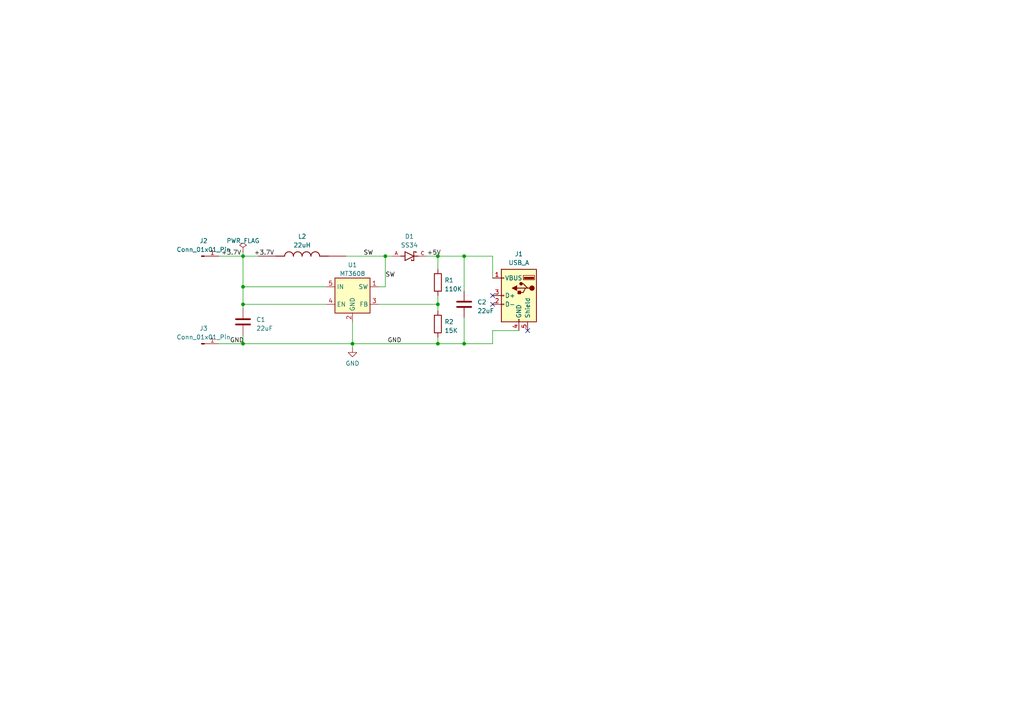
<source format=kicad_sch>
(kicad_sch (version 20230409) (generator eeschema)

  (uuid 4fe1d35c-c664-46a1-92f2-6dbad9870beb)

  (paper "A4")

  (lib_symbols
    (symbol "Connector:Conn_01x01_Pin" (pin_names (offset 1.016) hide) (in_bom yes) (on_board yes)
      (property "Reference" "J" (at 0 2.54 0)
        (effects (font (size 1.27 1.27)))
      )
      (property "Value" "Conn_01x01_Pin" (at 0 -2.54 0)
        (effects (font (size 1.27 1.27)))
      )
      (property "Footprint" "" (at 0 0 0)
        (effects (font (size 1.27 1.27)) hide)
      )
      (property "Datasheet" "~" (at 0 0 0)
        (effects (font (size 1.27 1.27)) hide)
      )
      (property "ki_locked" "" (at 0 0 0)
        (effects (font (size 1.27 1.27)))
      )
      (property "ki_keywords" "connector" (at 0 0 0)
        (effects (font (size 1.27 1.27)) hide)
      )
      (property "ki_description" "Generic connector, single row, 01x01, script generated" (at 0 0 0)
        (effects (font (size 1.27 1.27)) hide)
      )
      (property "ki_fp_filters" "Connector*:*_1x??_*" (at 0 0 0)
        (effects (font (size 1.27 1.27)) hide)
      )
      (symbol "Conn_01x01_Pin_1_1"
        (polyline
          (pts
            (xy 1.27 0)
            (xy 0.8636 0)
          )
          (stroke (width 0.1524) (type default))
          (fill (type none))
        )
        (rectangle (start 0.8636 0.127) (end 0 -0.127)
          (stroke (width 0.1524) (type default))
          (fill (type outline))
        )
        (pin passive line (at 5.08 0 180) (length 3.81)
          (name "Pin_1" (effects (font (size 1.27 1.27))))
          (number "1" (effects (font (size 1.27 1.27))))
        )
      )
    )
    (symbol "Connector:USB_A" (pin_names (offset 1.016)) (in_bom yes) (on_board yes)
      (property "Reference" "J" (at -5.08 11.43 0)
        (effects (font (size 1.27 1.27)) (justify left))
      )
      (property "Value" "USB_A" (at -5.08 8.89 0)
        (effects (font (size 1.27 1.27)) (justify left))
      )
      (property "Footprint" "" (at 3.81 -1.27 0)
        (effects (font (size 1.27 1.27)) hide)
      )
      (property "Datasheet" " ~" (at 3.81 -1.27 0)
        (effects (font (size 1.27 1.27)) hide)
      )
      (property "ki_keywords" "connector USB" (at 0 0 0)
        (effects (font (size 1.27 1.27)) hide)
      )
      (property "ki_description" "USB Type A connector" (at 0 0 0)
        (effects (font (size 1.27 1.27)) hide)
      )
      (property "ki_fp_filters" "USB*" (at 0 0 0)
        (effects (font (size 1.27 1.27)) hide)
      )
      (symbol "USB_A_0_1"
        (rectangle (start -5.08 -7.62) (end 5.08 7.62)
          (stroke (width 0.254) (type default))
          (fill (type background))
        )
        (circle (center -3.81 2.159) (radius 0.635)
          (stroke (width 0.254) (type default))
          (fill (type outline))
        )
        (rectangle (start -1.524 4.826) (end -4.318 5.334)
          (stroke (width 0) (type default))
          (fill (type outline))
        )
        (rectangle (start -1.27 4.572) (end -4.572 5.842)
          (stroke (width 0) (type default))
          (fill (type none))
        )
        (circle (center -0.635 3.429) (radius 0.381)
          (stroke (width 0.254) (type default))
          (fill (type outline))
        )
        (rectangle (start -0.127 -7.62) (end 0.127 -6.858)
          (stroke (width 0) (type default))
          (fill (type none))
        )
        (polyline
          (pts
            (xy -3.175 2.159)
            (xy -2.54 2.159)
            (xy -1.27 3.429)
            (xy -0.635 3.429)
          )
          (stroke (width 0.254) (type default))
          (fill (type none))
        )
        (polyline
          (pts
            (xy -2.54 2.159)
            (xy -1.905 2.159)
            (xy -1.27 0.889)
            (xy 0 0.889)
          )
          (stroke (width 0.254) (type default))
          (fill (type none))
        )
        (polyline
          (pts
            (xy 0.635 2.794)
            (xy 0.635 1.524)
            (xy 1.905 2.159)
            (xy 0.635 2.794)
          )
          (stroke (width 0.254) (type default))
          (fill (type outline))
        )
        (rectangle (start 0.254 1.27) (end -0.508 0.508)
          (stroke (width 0.254) (type default))
          (fill (type outline))
        )
        (rectangle (start 5.08 -2.667) (end 4.318 -2.413)
          (stroke (width 0) (type default))
          (fill (type none))
        )
        (rectangle (start 5.08 -0.127) (end 4.318 0.127)
          (stroke (width 0) (type default))
          (fill (type none))
        )
        (rectangle (start 5.08 4.953) (end 4.318 5.207)
          (stroke (width 0) (type default))
          (fill (type none))
        )
      )
      (symbol "USB_A_1_1"
        (polyline
          (pts
            (xy -1.905 2.159)
            (xy 0.635 2.159)
          )
          (stroke (width 0.254) (type default))
          (fill (type none))
        )
        (pin power_in line (at 7.62 5.08 180) (length 2.54)
          (name "VBUS" (effects (font (size 1.27 1.27))))
          (number "1" (effects (font (size 1.27 1.27))))
        )
        (pin bidirectional line (at 7.62 -2.54 180) (length 2.54)
          (name "D-" (effects (font (size 1.27 1.27))))
          (number "2" (effects (font (size 1.27 1.27))))
        )
        (pin bidirectional line (at 7.62 0 180) (length 2.54)
          (name "D+" (effects (font (size 1.27 1.27))))
          (number "3" (effects (font (size 1.27 1.27))))
        )
        (pin power_in line (at 0 -10.16 90) (length 2.54)
          (name "GND" (effects (font (size 1.27 1.27))))
          (number "4" (effects (font (size 1.27 1.27))))
        )
        (pin passive line (at -2.54 -10.16 90) (length 2.54)
          (name "Shield" (effects (font (size 1.27 1.27))))
          (number "5" (effects (font (size 1.27 1.27))))
        )
      )
    )
    (symbol "Device:C" (pin_numbers hide) (pin_names (offset 0.254)) (in_bom yes) (on_board yes)
      (property "Reference" "C" (at 0.635 2.54 0)
        (effects (font (size 1.27 1.27)) (justify left))
      )
      (property "Value" "C" (at 0.635 -2.54 0)
        (effects (font (size 1.27 1.27)) (justify left))
      )
      (property "Footprint" "" (at 0.9652 -3.81 0)
        (effects (font (size 1.27 1.27)) hide)
      )
      (property "Datasheet" "~" (at 0 0 0)
        (effects (font (size 1.27 1.27)) hide)
      )
      (property "ki_keywords" "cap capacitor" (at 0 0 0)
        (effects (font (size 1.27 1.27)) hide)
      )
      (property "ki_description" "Unpolarized capacitor" (at 0 0 0)
        (effects (font (size 1.27 1.27)) hide)
      )
      (property "ki_fp_filters" "C_*" (at 0 0 0)
        (effects (font (size 1.27 1.27)) hide)
      )
      (symbol "C_0_1"
        (polyline
          (pts
            (xy -2.032 -0.762)
            (xy 2.032 -0.762)
          )
          (stroke (width 0.508) (type default))
          (fill (type none))
        )
        (polyline
          (pts
            (xy -2.032 0.762)
            (xy 2.032 0.762)
          )
          (stroke (width 0.508) (type default))
          (fill (type none))
        )
      )
      (symbol "C_1_1"
        (pin passive line (at 0 3.81 270) (length 2.794)
          (name "~" (effects (font (size 1.27 1.27))))
          (number "1" (effects (font (size 1.27 1.27))))
        )
        (pin passive line (at 0 -3.81 90) (length 2.794)
          (name "~" (effects (font (size 1.27 1.27))))
          (number "2" (effects (font (size 1.27 1.27))))
        )
      )
    )
    (symbol "Device:R" (pin_numbers hide) (pin_names (offset 0)) (in_bom yes) (on_board yes)
      (property "Reference" "R" (at 2.032 0 90)
        (effects (font (size 1.27 1.27)))
      )
      (property "Value" "R" (at 0 0 90)
        (effects (font (size 1.27 1.27)))
      )
      (property "Footprint" "" (at -1.778 0 90)
        (effects (font (size 1.27 1.27)) hide)
      )
      (property "Datasheet" "~" (at 0 0 0)
        (effects (font (size 1.27 1.27)) hide)
      )
      (property "ki_keywords" "R res resistor" (at 0 0 0)
        (effects (font (size 1.27 1.27)) hide)
      )
      (property "ki_description" "Resistor" (at 0 0 0)
        (effects (font (size 1.27 1.27)) hide)
      )
      (property "ki_fp_filters" "R_*" (at 0 0 0)
        (effects (font (size 1.27 1.27)) hide)
      )
      (symbol "R_0_1"
        (rectangle (start -1.016 -2.54) (end 1.016 2.54)
          (stroke (width 0.254) (type default))
          (fill (type none))
        )
      )
      (symbol "R_1_1"
        (pin passive line (at 0 3.81 270) (length 1.27)
          (name "~" (effects (font (size 1.27 1.27))))
          (number "1" (effects (font (size 1.27 1.27))))
        )
        (pin passive line (at 0 -3.81 90) (length 1.27)
          (name "~" (effects (font (size 1.27 1.27))))
          (number "2" (effects (font (size 1.27 1.27))))
        )
      )
    )
    (symbol "MDH7045C-220MA_P3:MDH7045C-220MA=P3" (pin_numbers hide) (pin_names (offset 1.016) hide) (in_bom yes) (on_board yes)
      (property "Reference" "L" (at -10.16 7.62 0)
        (effects (font (size 1.27 1.27)) (justify left bottom))
      )
      (property "Value" "MDH7045C-220MA=P3" (at -10.16 5.08 0)
        (effects (font (size 1.27 1.27)) (justify left bottom))
      )
      (property "Footprint" "IND_MDH7045C-220MA=P3" (at 0 0 0)
        (effects (font (size 1.27 1.27)) (justify left bottom) hide)
      )
      (property "Datasheet" "" (at 0 0 0)
        (effects (font (size 1.27 1.27)) (justify left bottom) hide)
      )
      (property "MF" "Murata" (at 0 0 0)
        (effects (font (size 1.27 1.27)) (justify left bottom) hide)
      )
      (property "Package" "NONSTANDARD" (at 0 0 0)
        (effects (font (size 1.27 1.27)) (justify left bottom) hide)
      )
      (property "Price" "None" (at 0 0 0)
        (effects (font (size 1.27 1.27)) (justify left bottom) hide)
      )
      (property "Availability" "In Stock" (at 0 0 0)
        (effects (font (size 1.27 1.27)) (justify left bottom) hide)
      )
      (property "Description" "\\nInductor with Inductance: 22uH Tol. +/-20%, Package: 2928 (7470)\\n" (at 0 0 0)
        (effects (font (size 1.27 1.27)) (justify left bottom) hide)
      )
      (property "Purchase-URL" "https://pricing.snapeda.com/search/part/MDH7045C-220MA=P3/?ref=eda" (at 0 0 0)
        (effects (font (size 1.27 1.27)) (justify left bottom) hide)
      )
      (property "MP" "MDH7045C-220MA=P3" (at 0 0 0)
        (effects (font (size 1.27 1.27)) (justify left bottom) hide)
      )
      (property "ki_locked" "" (at 0 0 0)
        (effects (font (size 1.27 1.27)))
      )
      (symbol "MDH7045C-220MA=P3_0_0"
        (arc (start -5.08 0) (mid -3.81 -1.2645) (end -2.54 0)
          (stroke (width 0.254) (type solid))
          (fill (type none))
        )
        (arc (start -2.54 0) (mid -1.27 -1.2645) (end 0 0)
          (stroke (width 0.254) (type solid))
          (fill (type none))
        )
        (polyline
          (pts
            (xy -5.08 0)
            (xy -7.62 0)
          )
          (stroke (width 0.254) (type solid))
          (fill (type none))
        )
        (polyline
          (pts
            (xy 5.08 0)
            (xy 7.62 0)
          )
          (stroke (width 0.254) (type solid))
          (fill (type none))
        )
        (arc (start 0 0) (mid 1.27 -1.2645) (end 2.54 0)
          (stroke (width 0.254) (type solid))
          (fill (type none))
        )
        (arc (start 2.54 0) (mid 3.81 -1.2645) (end 5.08 0)
          (stroke (width 0.254) (type solid))
          (fill (type none))
        )
        (pin passive line (at -12.7 0 0) (length 5.08)
          (name "~" (effects (font (size 1.016 1.016))))
          (number "1" (effects (font (size 1.016 1.016))))
        )
        (pin passive line (at 12.7 0 180) (length 5.08)
          (name "~" (effects (font (size 1.016 1.016))))
          (number "2" (effects (font (size 1.016 1.016))))
        )
      )
    )
    (symbol "Regulator_Switching:MT3608" (in_bom yes) (on_board yes)
      (property "Reference" "U" (at -2.54 8.89 0)
        (effects (font (size 1.27 1.27)) (justify left))
      )
      (property "Value" "MT3608" (at -3.81 6.35 0)
        (effects (font (size 1.27 1.27)) (justify left))
      )
      (property "Footprint" "Package_TO_SOT_SMD:SOT-23-6" (at 1.27 -6.35 0)
        (effects (font (size 1.27 1.27) italic) (justify left) hide)
      )
      (property "Datasheet" "https://www.olimex.com/Products/Breadboarding/BB-PWR-3608/resources/MT3608.pdf" (at -6.35 11.43 0)
        (effects (font (size 1.27 1.27)) hide)
      )
      (property "ki_keywords" "Step-Up Boost DC-DC Regulator Adjustable" (at 0 0 0)
        (effects (font (size 1.27 1.27)) hide)
      )
      (property "ki_description" "High Efficiency 1.2MHz 2A Step Up Converter, 2-24V Vin, 28V Vout, 4A current limit, 1.2MHz, SOT23-6" (at 0 0 0)
        (effects (font (size 1.27 1.27)) hide)
      )
      (property "ki_fp_filters" "SOT*23*" (at 0 0 0)
        (effects (font (size 1.27 1.27)) hide)
      )
      (symbol "MT3608_0_1"
        (rectangle (start -5.08 5.08) (end 5.08 -5.08)
          (stroke (width 0.254) (type default))
          (fill (type background))
        )
      )
      (symbol "MT3608_1_1"
        (pin passive line (at 7.62 2.54 180) (length 2.54)
          (name "SW" (effects (font (size 1.27 1.27))))
          (number "1" (effects (font (size 1.27 1.27))))
        )
        (pin power_in line (at 0 -7.62 90) (length 2.54)
          (name "GND" (effects (font (size 1.27 1.27))))
          (number "2" (effects (font (size 1.27 1.27))))
        )
        (pin input line (at 7.62 -2.54 180) (length 2.54)
          (name "FB" (effects (font (size 1.27 1.27))))
          (number "3" (effects (font (size 1.27 1.27))))
        )
        (pin input line (at -7.62 -2.54 0) (length 2.54)
          (name "EN" (effects (font (size 1.27 1.27))))
          (number "4" (effects (font (size 1.27 1.27))))
        )
        (pin power_in line (at -7.62 2.54 0) (length 2.54)
          (name "IN" (effects (font (size 1.27 1.27))))
          (number "5" (effects (font (size 1.27 1.27))))
        )
        (pin no_connect line (at 5.08 0 180) (length 2.54) hide
          (name "NC" (effects (font (size 1.27 1.27))))
          (number "6" (effects (font (size 1.27 1.27))))
        )
      )
    )
    (symbol "SS34:SS34" (pin_names (offset 1.016)) (in_bom yes) (on_board yes)
      (property "Reference" "D" (at -5.08 2.54 0)
        (effects (font (size 1.27 1.27)) (justify left bottom))
      )
      (property "Value" "SS34" (at -5.08 -3.81 0)
        (effects (font (size 1.27 1.27)) (justify left bottom))
      )
      (property "Footprint" "DIOM7959X265N" (at 0 0 0)
        (effects (font (size 1.27 1.27)) (justify bottom) hide)
      )
      (property "Datasheet" "" (at 0 0 0)
        (effects (font (size 1.27 1.27)) hide)
      )
      (property "PARTREV" "31 Aug 2016" (at 0 0 0)
        (effects (font (size 1.27 1.27)) (justify bottom) hide)
      )
      (property "STANDARD" "IPC-7351B" (at 0 0 0)
        (effects (font (size 1.27 1.27)) (justify bottom) hide)
      )
      (property "SNAPEDA_PACKAGE_ID" "36301" (at 0 0 0)
        (effects (font (size 1.27 1.27)) (justify bottom) hide)
      )
      (property "MAXIMUM_PACKAGE_HEIGHT" "2.65mm" (at 0 0 0)
        (effects (font (size 1.27 1.27)) (justify bottom) hide)
      )
      (property "MANUFACTURER" "On Semiconductor" (at 0 0 0)
        (effects (font (size 1.27 1.27)) (justify bottom) hide)
      )
      (symbol "SS34_0_0"
        (polyline
          (pts
            (xy -2.54 0)
            (xy -1.27 0)
          )
          (stroke (width 0.254) (type default))
          (fill (type none))
        )
        (polyline
          (pts
            (xy -1.27 -1.27)
            (xy 1.27 0)
          )
          (stroke (width 0.254) (type default))
          (fill (type none))
        )
        (polyline
          (pts
            (xy -1.27 0)
            (xy -1.27 -1.27)
          )
          (stroke (width 0.254) (type default))
          (fill (type none))
        )
        (polyline
          (pts
            (xy -1.27 1.27)
            (xy -1.27 0)
          )
          (stroke (width 0.254) (type default))
          (fill (type none))
        )
        (polyline
          (pts
            (xy 0.635 -1.016)
            (xy 0.635 -1.27)
          )
          (stroke (width 0.254) (type default))
          (fill (type none))
        )
        (polyline
          (pts
            (xy 1.27 -1.27)
            (xy 0.635 -1.27)
          )
          (stroke (width 0.254) (type default))
          (fill (type none))
        )
        (polyline
          (pts
            (xy 1.27 0)
            (xy -1.27 1.27)
          )
          (stroke (width 0.254) (type default))
          (fill (type none))
        )
        (polyline
          (pts
            (xy 1.27 0)
            (xy 1.27 -1.27)
          )
          (stroke (width 0.254) (type default))
          (fill (type none))
        )
        (polyline
          (pts
            (xy 1.27 1.27)
            (xy 1.27 0)
          )
          (stroke (width 0.254) (type default))
          (fill (type none))
        )
        (polyline
          (pts
            (xy 1.905 1.27)
            (xy 1.27 1.27)
          )
          (stroke (width 0.254) (type default))
          (fill (type none))
        )
        (polyline
          (pts
            (xy 1.905 1.27)
            (xy 1.905 1.016)
          )
          (stroke (width 0.254) (type default))
          (fill (type none))
        )
        (polyline
          (pts
            (xy 2.54 0)
            (xy 1.27 0)
          )
          (stroke (width 0.254) (type default))
          (fill (type none))
        )
        (pin passive line (at -5.08 0 0) (length 2.54)
          (name "~" (effects (font (size 1.016 1.016))))
          (number "A" (effects (font (size 1.016 1.016))))
        )
        (pin passive line (at 5.08 0 180) (length 2.54)
          (name "~" (effects (font (size 1.016 1.016))))
          (number "C" (effects (font (size 1.016 1.016))))
        )
      )
    )
    (symbol "power:GND" (power) (pin_names (offset 0)) (in_bom yes) (on_board yes)
      (property "Reference" "#PWR" (at 0 -6.35 0)
        (effects (font (size 1.27 1.27)) hide)
      )
      (property "Value" "GND" (at 0 -3.81 0)
        (effects (font (size 1.27 1.27)))
      )
      (property "Footprint" "" (at 0 0 0)
        (effects (font (size 1.27 1.27)) hide)
      )
      (property "Datasheet" "" (at 0 0 0)
        (effects (font (size 1.27 1.27)) hide)
      )
      (property "ki_keywords" "global power" (at 0 0 0)
        (effects (font (size 1.27 1.27)) hide)
      )
      (property "ki_description" "Power symbol creates a global label with name \"GND\" , ground" (at 0 0 0)
        (effects (font (size 1.27 1.27)) hide)
      )
      (symbol "GND_0_1"
        (polyline
          (pts
            (xy 0 0)
            (xy 0 -1.27)
            (xy 1.27 -1.27)
            (xy 0 -2.54)
            (xy -1.27 -1.27)
            (xy 0 -1.27)
          )
          (stroke (width 0) (type default))
          (fill (type none))
        )
      )
      (symbol "GND_1_1"
        (pin power_in line (at 0 0 270) (length 0) hide
          (name "GND" (effects (font (size 1.27 1.27))))
          (number "1" (effects (font (size 1.27 1.27))))
        )
      )
    )
    (symbol "power:PWR_FLAG" (power) (pin_numbers hide) (pin_names (offset 0) hide) (in_bom yes) (on_board yes)
      (property "Reference" "#FLG" (at 0 1.905 0)
        (effects (font (size 1.27 1.27)) hide)
      )
      (property "Value" "PWR_FLAG" (at 0 3.81 0)
        (effects (font (size 1.27 1.27)))
      )
      (property "Footprint" "" (at 0 0 0)
        (effects (font (size 1.27 1.27)) hide)
      )
      (property "Datasheet" "~" (at 0 0 0)
        (effects (font (size 1.27 1.27)) hide)
      )
      (property "ki_keywords" "flag power" (at 0 0 0)
        (effects (font (size 1.27 1.27)) hide)
      )
      (property "ki_description" "Special symbol for telling ERC where power comes from" (at 0 0 0)
        (effects (font (size 1.27 1.27)) hide)
      )
      (symbol "PWR_FLAG_0_0"
        (pin power_out line (at 0 0 90) (length 0)
          (name "pwr" (effects (font (size 1.27 1.27))))
          (number "1" (effects (font (size 1.27 1.27))))
        )
      )
      (symbol "PWR_FLAG_0_1"
        (polyline
          (pts
            (xy 0 0)
            (xy 0 1.27)
            (xy -1.016 1.905)
            (xy 0 2.54)
            (xy 1.016 1.905)
            (xy 0 1.27)
          )
          (stroke (width 0) (type default))
          (fill (type none))
        )
      )
    )
  )

  (junction (at 127 74.295) (diameter 0) (color 0 0 0 0)
    (uuid 16548626-b05e-4abe-9f48-b5c4bd5b453a)
  )
  (junction (at 70.485 88.265) (diameter 0) (color 0 0 0 0)
    (uuid 174c0643-fa00-4dae-9f45-0a864f7ae4e6)
  )
  (junction (at 134.62 99.695) (diameter 0) (color 0 0 0 0)
    (uuid 35af67fb-15a7-49fd-baa0-23ee680c19e9)
  )
  (junction (at 127 99.695) (diameter 0) (color 0 0 0 0)
    (uuid 636bbc55-87a0-476d-8888-a10f2c2aaf0a)
  )
  (junction (at 127 88.265) (diameter 0) (color 0 0 0 0)
    (uuid 66b01971-781f-475b-9c13-b7a29b43da9c)
  )
  (junction (at 70.485 99.695) (diameter 0) (color 0 0 0 0)
    (uuid 780c5cca-0447-4318-9059-94de874277a7)
  )
  (junction (at 102.235 99.695) (diameter 0) (color 0 0 0 0)
    (uuid 7b5096d1-174f-4fbc-b4b0-ba4dc13b912e)
  )
  (junction (at 111.76 74.295) (diameter 0) (color 0 0 0 0)
    (uuid 8df55568-965f-430d-af9f-893dacc33de3)
  )
  (junction (at 70.485 74.295) (diameter 0) (color 0 0 0 0)
    (uuid d2d2729c-22eb-468c-94ae-c5e3ed142be0)
  )
  (junction (at 134.62 74.295) (diameter 0) (color 0 0 0 0)
    (uuid da2fbb56-173c-4262-8c15-151f28ac0172)
  )
  (junction (at 70.485 83.185) (diameter 0) (color 0 0 0 0)
    (uuid e13fa4ae-a2f3-4bee-ade5-c8b558365718)
  )

  (no_connect (at 153.035 95.885) (uuid 0dd4f502-b6e9-47f3-af35-f47cdd3ac972))
  (no_connect (at 142.875 85.725) (uuid 16a96be9-2512-4ba5-9da7-99712f2db45d))
  (no_connect (at 142.875 88.265) (uuid 634348b2-3413-4c67-b043-d6ddf0b82724))

  (wire (pts (xy 102.235 99.695) (xy 102.235 93.345))
    (stroke (width 0) (type default))
    (uuid 0b796896-13d4-42e3-b946-d5474b9eb6d2)
  )
  (wire (pts (xy 127 99.695) (xy 102.235 99.695))
    (stroke (width 0) (type default))
    (uuid 0bd9fb01-0924-459d-a7e9-51bb07c4284f)
  )
  (wire (pts (xy 142.875 74.295) (xy 142.875 80.645))
    (stroke (width 0) (type default))
    (uuid 16360c34-b943-45ac-a143-91e355d2d967)
  )
  (wire (pts (xy 134.62 74.295) (xy 134.62 84.455))
    (stroke (width 0) (type default))
    (uuid 1775f881-0ebb-46d3-8442-88637a085130)
  )
  (wire (pts (xy 94.615 83.185) (xy 70.485 83.185))
    (stroke (width 0) (type default))
    (uuid 27c39537-3695-4b6b-9ddd-6b9b2505ccb3)
  )
  (wire (pts (xy 63.5 74.295) (xy 70.485 74.295))
    (stroke (width 0) (type default))
    (uuid 31e9a79e-0c7b-4177-9be5-4d9b87f288ad)
  )
  (wire (pts (xy 123.825 74.295) (xy 127 74.295))
    (stroke (width 0) (type default))
    (uuid 33e6c577-63f1-436b-bb06-2cf2dafe8694)
  )
  (wire (pts (xy 102.235 100.965) (xy 102.235 99.695))
    (stroke (width 0) (type default))
    (uuid 34765620-254f-48f3-a8d8-a37670064572)
  )
  (wire (pts (xy 142.875 99.695) (xy 134.62 99.695))
    (stroke (width 0) (type default))
    (uuid 382fe908-0f03-4b93-a175-cb57f3b2f23d)
  )
  (wire (pts (xy 70.485 99.695) (xy 102.235 99.695))
    (stroke (width 0) (type default))
    (uuid 4086ce03-61a9-4302-9dba-e34ae38f6c9c)
  )
  (wire (pts (xy 142.875 95.885) (xy 142.875 99.695))
    (stroke (width 0) (type default))
    (uuid 440b6291-135c-462b-b496-79c4e5b99f2b)
  )
  (wire (pts (xy 70.485 89.535) (xy 70.485 88.265))
    (stroke (width 0) (type default))
    (uuid 48e0382e-8fb9-4b57-9665-2d4dde1ad984)
  )
  (wire (pts (xy 111.76 74.295) (xy 111.76 83.185))
    (stroke (width 0) (type default))
    (uuid 4ce50826-308e-43fd-8d80-17ed3b310560)
  )
  (wire (pts (xy 70.485 83.185) (xy 70.485 88.265))
    (stroke (width 0) (type default))
    (uuid 4ffb95e7-cccf-491f-ae9f-71b6f2846fa0)
  )
  (wire (pts (xy 142.875 74.295) (xy 134.62 74.295))
    (stroke (width 0) (type default))
    (uuid 55cd0bdf-eea3-405d-aa5c-495efa130179)
  )
  (wire (pts (xy 127 97.79) (xy 127 99.695))
    (stroke (width 0) (type default))
    (uuid 6be26cd5-15e7-4a03-98f6-1695db9db1a3)
  )
  (wire (pts (xy 111.76 83.185) (xy 109.855 83.185))
    (stroke (width 0) (type default))
    (uuid 71076015-de7b-4358-aa50-0ceb8f8f44f9)
  )
  (wire (pts (xy 100.33 74.295) (xy 111.76 74.295))
    (stroke (width 0) (type default))
    (uuid 7ced5054-2eb0-41d1-8d9d-e8cd1da2b475)
  )
  (wire (pts (xy 109.855 88.265) (xy 127 88.265))
    (stroke (width 0) (type default))
    (uuid 8bd5dc8e-ad21-41bd-830f-b41e2d790f7d)
  )
  (wire (pts (xy 70.485 88.265) (xy 94.615 88.265))
    (stroke (width 0) (type default))
    (uuid 91d8c02e-8523-4f89-bfe8-595a96c14a19)
  )
  (wire (pts (xy 70.485 73.025) (xy 70.485 74.295))
    (stroke (width 0) (type default))
    (uuid 96f15c89-6777-4940-8026-55ef1dd260bf)
  )
  (wire (pts (xy 127 88.265) (xy 127 85.725))
    (stroke (width 0) (type default))
    (uuid 9989741f-6afd-40ce-8ffc-b8b6f72c87a0)
  )
  (wire (pts (xy 127 88.265) (xy 127 90.17))
    (stroke (width 0) (type default))
    (uuid a322efe2-6052-45f4-b329-e0e1d5cf9a94)
  )
  (wire (pts (xy 127 74.295) (xy 127 78.105))
    (stroke (width 0) (type default))
    (uuid a961357f-f371-49ff-90dd-60600a4ed673)
  )
  (wire (pts (xy 111.76 74.295) (xy 113.665 74.295))
    (stroke (width 0) (type default))
    (uuid a98462cd-3bf1-4faa-9aae-8e702f24c522)
  )
  (wire (pts (xy 134.62 92.075) (xy 134.62 99.695))
    (stroke (width 0) (type default))
    (uuid ab8c9691-d7cc-4f1a-ad41-23fa667d892d)
  )
  (wire (pts (xy 70.485 97.155) (xy 70.485 99.695))
    (stroke (width 0) (type default))
    (uuid af8954cd-e800-4f65-a79f-c05e029eb08a)
  )
  (wire (pts (xy 127 74.295) (xy 134.62 74.295))
    (stroke (width 0) (type default))
    (uuid b2a7f327-8219-401b-a683-8d051c94b69b)
  )
  (wire (pts (xy 127 99.695) (xy 134.62 99.695))
    (stroke (width 0) (type default))
    (uuid d3f452d8-127e-4040-a85c-22a5aea39b7c)
  )
  (wire (pts (xy 70.485 74.295) (xy 70.485 83.185))
    (stroke (width 0) (type default))
    (uuid d64fce47-8a77-4f9d-ac50-54cdf64436e9)
  )
  (wire (pts (xy 63.5 99.695) (xy 70.485 99.695))
    (stroke (width 0) (type default))
    (uuid de47ee78-aba3-4685-8e06-713e355eacce)
  )
  (wire (pts (xy 150.495 95.885) (xy 142.875 95.885))
    (stroke (width 0) (type default))
    (uuid e7f87e82-ea35-46f8-b093-8e8828dadfa4)
  )
  (wire (pts (xy 70.485 74.295) (xy 74.93 74.295))
    (stroke (width 0) (type default))
    (uuid f776de78-eb9a-4e2f-8d04-14e809991b07)
  )

  (label "GND" (at 112.395 99.695 0) (fields_autoplaced)
    (effects (font (size 1.27 1.27)) (justify left bottom))
    (uuid 41e516a9-25ec-47ce-ad38-a1ff89109611)
  )
  (label "+3.7V" (at 73.66 74.295 0) (fields_autoplaced)
    (effects (font (size 1.27 1.27)) (justify left bottom))
    (uuid 955ddd56-d6fd-487d-8447-a1472f8b7c38)
  )
  (label "+3.7V" (at 64.135 74.295 0) (fields_autoplaced)
    (effects (font (size 1.27 1.27)) (justify left bottom))
    (uuid 99279fa3-45aa-4648-a738-13a2a4f905eb)
  )
  (label "SW" (at 111.76 80.645 0) (fields_autoplaced)
    (effects (font (size 1.27 1.27)) (justify left bottom))
    (uuid c0d73039-1f65-4c43-b29f-a4a7dd00bdfe)
  )
  (label "GND" (at 66.675 99.695 0) (fields_autoplaced)
    (effects (font (size 1.27 1.27)) (justify left bottom))
    (uuid de1eab07-7d60-41e8-a234-316db84347a3)
  )
  (label "+5V" (at 123.825 74.295 0) (fields_autoplaced)
    (effects (font (size 1.27 1.27)) (justify left bottom))
    (uuid de926ef2-1fbc-4203-afc6-c845c5729328)
  )
  (label "SW" (at 105.41 74.295 0) (fields_autoplaced)
    (effects (font (size 1.27 1.27)) (justify left bottom))
    (uuid e29fde2f-2003-4064-b3e7-c364ff379117)
  )

  (symbol (lib_id "Device:R") (at 127 93.98 0) (unit 1)
    (in_bom yes) (on_board yes) (dnp no) (fields_autoplaced)
    (uuid 115688ee-7575-4579-a3c9-3de90bfb602c)
    (property "Reference" "R2" (at 128.905 93.345 0)
      (effects (font (size 1.27 1.27)) (justify left))
    )
    (property "Value" "15K" (at 128.905 95.885 0)
      (effects (font (size 1.27 1.27)) (justify left))
    )
    (property "Footprint" "Resistor_SMD:R_0805_2012Metric" (at 125.222 93.98 90)
      (effects (font (size 1.27 1.27)) hide)
    )
    (property "Datasheet" "~" (at 127 93.98 0)
      (effects (font (size 1.27 1.27)) hide)
    )
    (pin "1" (uuid 3b6193f1-c696-4fe6-bb1a-a5584218dfa2))
    (pin "2" (uuid 03f931f9-f266-4439-9b8f-d1da25459c49))
    (instances
      (project "mt36-08"
        (path "/4fe1d35c-c664-46a1-92f2-6dbad9870beb"
          (reference "R2") (unit 1)
        )
      )
    )
  )

  (symbol (lib_id "Device:C") (at 134.62 88.265 0) (unit 1)
    (in_bom yes) (on_board yes) (dnp no) (fields_autoplaced)
    (uuid 1639e157-fbbc-4b79-a2db-04994193728c)
    (property "Reference" "C2" (at 138.43 87.63 0)
      (effects (font (size 1.27 1.27)) (justify left))
    )
    (property "Value" "22uF" (at 138.43 90.17 0)
      (effects (font (size 1.27 1.27)) (justify left))
    )
    (property "Footprint" "Capacitor_SMD:C_1206_3216Metric" (at 135.5852 92.075 0)
      (effects (font (size 1.27 1.27)) hide)
    )
    (property "Datasheet" "~" (at 134.62 88.265 0)
      (effects (font (size 1.27 1.27)) hide)
    )
    (pin "1" (uuid b2093221-e1eb-409c-958a-3c7652fc9b2e))
    (pin "2" (uuid bf15e1c8-1705-4c0c-b666-ee281683c86b))
    (instances
      (project "mt36-08"
        (path "/4fe1d35c-c664-46a1-92f2-6dbad9870beb"
          (reference "C2") (unit 1)
        )
      )
    )
  )

  (symbol (lib_id "Device:C") (at 70.485 93.345 0) (unit 1)
    (in_bom yes) (on_board yes) (dnp no) (fields_autoplaced)
    (uuid 5de7ef84-ec05-4619-941f-8ddaf7be49e4)
    (property "Reference" "C1" (at 74.295 92.71 0)
      (effects (font (size 1.27 1.27)) (justify left))
    )
    (property "Value" "22uF" (at 74.295 95.25 0)
      (effects (font (size 1.27 1.27)) (justify left))
    )
    (property "Footprint" "Capacitor_SMD:C_1206_3216Metric" (at 71.4502 97.155 0)
      (effects (font (size 1.27 1.27)) hide)
    )
    (property "Datasheet" "~" (at 70.485 93.345 0)
      (effects (font (size 1.27 1.27)) hide)
    )
    (pin "1" (uuid 816dc2a6-e18f-4a4a-ad2a-a2bb86adba54))
    (pin "2" (uuid 297b98b3-ba41-4443-9fc1-0bfe174e6d7e))
    (instances
      (project "mt36-08"
        (path "/4fe1d35c-c664-46a1-92f2-6dbad9870beb"
          (reference "C1") (unit 1)
        )
      )
    )
  )

  (symbol (lib_id "Connector:Conn_01x01_Pin") (at 58.42 99.695 0) (unit 1)
    (in_bom yes) (on_board yes) (dnp no) (fields_autoplaced)
    (uuid 68b49e3c-1afe-467f-8bfd-26684fe0439a)
    (property "Reference" "J3" (at 59.055 95.25 0)
      (effects (font (size 1.27 1.27)))
    )
    (property "Value" "Conn_01x01_Pin" (at 59.055 97.79 0)
      (effects (font (size 1.27 1.27)))
    )
    (property "Footprint" "pad:pad" (at 58.42 99.695 0)
      (effects (font (size 1.27 1.27)) hide)
    )
    (property "Datasheet" "~" (at 58.42 99.695 0)
      (effects (font (size 1.27 1.27)) hide)
    )
    (pin "1" (uuid 3507c3e4-6fb9-4437-adc9-c578e81a4bc7))
    (instances
      (project "mt36-08"
        (path "/4fe1d35c-c664-46a1-92f2-6dbad9870beb"
          (reference "J3") (unit 1)
        )
      )
    )
  )

  (symbol (lib_id "SS34:SS34") (at 118.745 74.295 0) (unit 1)
    (in_bom yes) (on_board yes) (dnp no) (fields_autoplaced)
    (uuid 80644bb4-8f2c-406c-aeb9-dc4b902d52a8)
    (property "Reference" "D1" (at 118.745 68.58 0)
      (effects (font (size 1.27 1.27)))
    )
    (property "Value" "SS34" (at 118.745 71.12 0)
      (effects (font (size 1.27 1.27)))
    )
    (property "Footprint" "DIOM7959X265N" (at 118.745 74.295 0)
      (effects (font (size 1.27 1.27)) (justify bottom) hide)
    )
    (property "Datasheet" "" (at 118.745 74.295 0)
      (effects (font (size 1.27 1.27)) hide)
    )
    (property "PARTREV" "31 Aug 2016" (at 118.745 74.295 0)
      (effects (font (size 1.27 1.27)) (justify bottom) hide)
    )
    (property "STANDARD" "IPC-7351B" (at 118.745 74.295 0)
      (effects (font (size 1.27 1.27)) (justify bottom) hide)
    )
    (property "SNAPEDA_PACKAGE_ID" "36301" (at 118.745 74.295 0)
      (effects (font (size 1.27 1.27)) (justify bottom) hide)
    )
    (property "MAXIMUM_PACKAGE_HEIGHT" "2.65mm" (at 118.745 74.295 0)
      (effects (font (size 1.27 1.27)) (justify bottom) hide)
    )
    (property "MANUFACTURER" "On Semiconductor" (at 118.745 74.295 0)
      (effects (font (size 1.27 1.27)) (justify bottom) hide)
    )
    (pin "A" (uuid e66b3620-3ac3-4aee-97d2-c5cefecba091))
    (pin "C" (uuid 67d4d86b-39e0-4dca-9089-df66f37b2de2))
    (instances
      (project "mt36-08"
        (path "/4fe1d35c-c664-46a1-92f2-6dbad9870beb"
          (reference "D1") (unit 1)
        )
      )
    )
  )

  (symbol (lib_id "Regulator_Switching:MT3608") (at 102.235 85.725 0) (unit 1)
    (in_bom yes) (on_board yes) (dnp no) (fields_autoplaced)
    (uuid a449ea11-0a67-4691-a8dc-230e3a56a88e)
    (property "Reference" "U1" (at 102.235 76.835 0)
      (effects (font (size 1.27 1.27)))
    )
    (property "Value" "MT3608" (at 102.235 79.375 0)
      (effects (font (size 1.27 1.27)))
    )
    (property "Footprint" "Package_TO_SOT_SMD:SOT-23-6" (at 103.505 92.075 0)
      (effects (font (size 1.27 1.27) italic) (justify left) hide)
    )
    (property "Datasheet" "https://www.olimex.com/Products/Breadboarding/BB-PWR-3608/resources/MT3608.pdf" (at 95.885 74.295 0)
      (effects (font (size 1.27 1.27)) hide)
    )
    (pin "1" (uuid 0e629e4c-7094-448d-b8d9-1c7b6733fb7c))
    (pin "2" (uuid 50ffea08-6b98-46f8-afb3-6e42a1866756))
    (pin "3" (uuid 72f03d1e-47a4-440a-881c-f038a40ce12b))
    (pin "4" (uuid 7f05e666-96eb-462d-8bd3-83e8ebd2c7d3))
    (pin "5" (uuid a572f292-24cc-4571-8bb1-d7ddc1996940))
    (pin "6" (uuid 7eb3c1aa-4f2c-4ddf-ade5-f8c1acb3c9fc))
    (instances
      (project "mt36-08"
        (path "/4fe1d35c-c664-46a1-92f2-6dbad9870beb"
          (reference "U1") (unit 1)
        )
      )
    )
  )

  (symbol (lib_id "power:PWR_FLAG") (at 70.485 73.025 0) (unit 1)
    (in_bom yes) (on_board yes) (dnp no) (fields_autoplaced)
    (uuid a88950a7-f727-4c7c-a0ef-7b6823340801)
    (property "Reference" "#FLG01" (at 70.485 71.12 0)
      (effects (font (size 1.27 1.27)) hide)
    )
    (property "Value" "PWR_FLAG" (at 70.485 69.85 0)
      (effects (font (size 1.27 1.27)))
    )
    (property "Footprint" "" (at 70.485 73.025 0)
      (effects (font (size 1.27 1.27)) hide)
    )
    (property "Datasheet" "~" (at 70.485 73.025 0)
      (effects (font (size 1.27 1.27)) hide)
    )
    (pin "1" (uuid 6a02930a-44af-4f25-9a2a-4753d28d312f))
    (instances
      (project "mt36-08"
        (path "/4fe1d35c-c664-46a1-92f2-6dbad9870beb"
          (reference "#FLG01") (unit 1)
        )
      )
    )
  )

  (symbol (lib_id "Connector:USB_A") (at 150.495 85.725 0) (mirror y) (unit 1)
    (in_bom yes) (on_board yes) (dnp no)
    (uuid af3ca82b-aa4e-49a1-8155-777a0fac399f)
    (property "Reference" "J1" (at 150.495 73.66 0)
      (effects (font (size 1.27 1.27)))
    )
    (property "Value" "USB_A" (at 150.495 76.2 0)
      (effects (font (size 1.27 1.27)))
    )
    (property "Footprint" "Connector_USB:USB_A_CONNFLY_DS1095-WNR0" (at 146.685 86.995 0)
      (effects (font (size 1.27 1.27)) hide)
    )
    (property "Datasheet" " ~" (at 146.685 86.995 0)
      (effects (font (size 1.27 1.27)) hide)
    )
    (pin "1" (uuid e3e15e29-95cc-44a7-9fb2-a8617775f011))
    (pin "2" (uuid c5da602f-f6fd-41c3-848a-87645e944ac6))
    (pin "3" (uuid 2ff07af6-3d69-4ceb-b6d6-dee1b8d80fc5))
    (pin "4" (uuid 49f913ec-6438-4c2b-b83c-ea292aa8cb96))
    (pin "5" (uuid 527d0bb3-48f9-4859-a197-8a485ac4a5a7))
    (instances
      (project "mt36-08"
        (path "/4fe1d35c-c664-46a1-92f2-6dbad9870beb"
          (reference "J1") (unit 1)
        )
      )
    )
  )

  (symbol (lib_id "Connector:Conn_01x01_Pin") (at 58.42 74.295 0) (unit 1)
    (in_bom yes) (on_board yes) (dnp no) (fields_autoplaced)
    (uuid b51b659b-7bec-43bb-9d7b-e616781dd871)
    (property "Reference" "J2" (at 59.055 69.85 0)
      (effects (font (size 1.27 1.27)))
    )
    (property "Value" "Conn_01x01_Pin" (at 59.055 72.39 0)
      (effects (font (size 1.27 1.27)))
    )
    (property "Footprint" "pad:pad" (at 58.42 74.295 0)
      (effects (font (size 1.27 1.27)) hide)
    )
    (property "Datasheet" "~" (at 58.42 74.295 0)
      (effects (font (size 1.27 1.27)) hide)
    )
    (pin "1" (uuid c44003bb-f7fe-444c-a55b-dfd3c6ea433c))
    (instances
      (project "mt36-08"
        (path "/4fe1d35c-c664-46a1-92f2-6dbad9870beb"
          (reference "J2") (unit 1)
        )
      )
    )
  )

  (symbol (lib_id "Device:R") (at 127 81.915 0) (unit 1)
    (in_bom yes) (on_board yes) (dnp no) (fields_autoplaced)
    (uuid c3c46b55-8089-4afb-ae40-f8d90ea31a29)
    (property "Reference" "R1" (at 128.905 81.28 0)
      (effects (font (size 1.27 1.27)) (justify left))
    )
    (property "Value" "110K" (at 128.905 83.82 0)
      (effects (font (size 1.27 1.27)) (justify left))
    )
    (property "Footprint" "Resistor_SMD:R_0805_2012Metric" (at 125.222 81.915 90)
      (effects (font (size 1.27 1.27)) hide)
    )
    (property "Datasheet" "~" (at 127 81.915 0)
      (effects (font (size 1.27 1.27)) hide)
    )
    (pin "1" (uuid f704e499-756b-4905-9406-efa82f8b9e19))
    (pin "2" (uuid 07944274-1def-4a38-92a6-21e5230b509f))
    (instances
      (project "mt36-08"
        (path "/4fe1d35c-c664-46a1-92f2-6dbad9870beb"
          (reference "R1") (unit 1)
        )
      )
    )
  )

  (symbol (lib_id "power:GND") (at 102.235 100.965 0) (unit 1)
    (in_bom yes) (on_board yes) (dnp no) (fields_autoplaced)
    (uuid c922e50c-8a3c-46f8-aa0d-4be068e4e4e4)
    (property "Reference" "#PWR01" (at 102.235 107.315 0)
      (effects (font (size 1.27 1.27)) hide)
    )
    (property "Value" "GND" (at 102.235 105.41 0)
      (effects (font (size 1.27 1.27)))
    )
    (property "Footprint" "" (at 102.235 100.965 0)
      (effects (font (size 1.27 1.27)) hide)
    )
    (property "Datasheet" "" (at 102.235 100.965 0)
      (effects (font (size 1.27 1.27)) hide)
    )
    (pin "1" (uuid 1316369a-9430-43c0-8561-ff4d3900228e))
    (instances
      (project "mt36-08"
        (path "/4fe1d35c-c664-46a1-92f2-6dbad9870beb"
          (reference "#PWR01") (unit 1)
        )
      )
    )
  )

  (symbol (lib_id "MDH7045C-220MA_P3:MDH7045C-220MA=P3") (at 87.63 74.295 180) (unit 1)
    (in_bom yes) (on_board yes) (dnp no) (fields_autoplaced)
    (uuid d3dfc80d-a28a-4260-8747-aea202df3b24)
    (property "Reference" "L2" (at 87.63 68.58 0)
      (effects (font (size 1.27 1.27)))
    )
    (property "Value" "22uH" (at 87.63 71.12 0)
      (effects (font (size 1.27 1.27)))
    )
    (property "Footprint" "Inductor_SMD:L_7.3x7.3_H3.5" (at 87.63 74.295 0)
      (effects (font (size 1.27 1.27)) (justify left bottom) hide)
    )
    (property "Datasheet" "" (at 87.63 74.295 0)
      (effects (font (size 1.27 1.27)) (justify left bottom) hide)
    )
    (property "MF" "Murata" (at 87.63 74.295 0)
      (effects (font (size 1.27 1.27)) (justify left bottom) hide)
    )
    (property "Package" "NONSTANDARD" (at 87.63 74.295 0)
      (effects (font (size 1.27 1.27)) (justify left bottom) hide)
    )
    (property "Price" "None" (at 87.63 74.295 0)
      (effects (font (size 1.27 1.27)) (justify left bottom) hide)
    )
    (property "Availability" "In Stock" (at 87.63 74.295 0)
      (effects (font (size 1.27 1.27)) (justify left bottom) hide)
    )
    (property "Description" "\\nInductor with Inductance: 22uH Tol. +/-20%, Package: 2928 (7470)\\n" (at 87.63 74.295 0)
      (effects (font (size 1.27 1.27)) (justify left bottom) hide)
    )
    (property "Purchase-URL" "https://pricing.snapeda.com/search/part/MDH7045C-220MA=P3/?ref=eda" (at 87.63 74.295 0)
      (effects (font (size 1.27 1.27)) (justify left bottom) hide)
    )
    (property "MP" "MDH7045C-220MA=P3" (at 87.63 74.295 0)
      (effects (font (size 1.27 1.27)) (justify left bottom) hide)
    )
    (pin "1" (uuid c965b429-131b-4a6a-806b-ce0cbb11c96d))
    (pin "2" (uuid c448b97f-e375-451b-9679-1aef5214660a))
    (instances
      (project "mt36-08"
        (path "/4fe1d35c-c664-46a1-92f2-6dbad9870beb"
          (reference "L2") (unit 1)
        )
      )
    )
  )

  (sheet_instances
    (path "/" (page "1"))
  )
)

</source>
